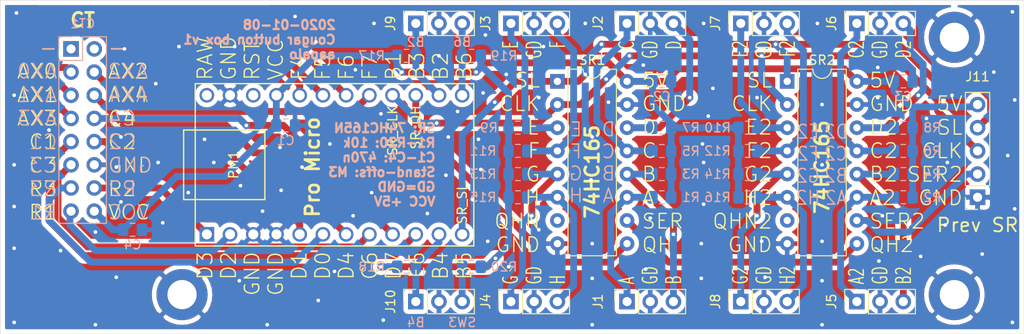
<source format=kicad_pcb>
(kicad_pcb (version 20171130) (host pcbnew "(5.1.2)-1")
  (layers (0 F.Cu signal) (31 B.Cu signal) (34 B.Paste user) (35 F.Paste user) (36 B.SilkS user) (37 F.SilkS user) (38 B.Mask user) (39 F.Mask user) (44 Edge.Cuts user))
  (net 0 "")
  (net 1 GND)
  (net 2 /SR_B)
  (net 3 /SR_A)
  (net 4 /SR_C)
  (net 5 /SR_D)
  (net 6 /SR_E)
  (net 7 /SR_F)
  (net 8 /SR_H)
  (net 9 /SR_G)
  (net 10 /SR_A2)
  (net 11 /SR_B2)
  (net 12 /SR_D2)
  (net 13 /SR_C2)
  (net 14 /SR_E2)
  (net 15 /SR_F2)
  (net 16 /SR_H2)
  (net 17 /SR_G2)
  (net 18 /PM_B4)
  (net 19 /PM_B5)
  (net 20 /PM_B6)
  (net 21 /PM_B2)
  (net 22 /PM_B3)
  (net 23 /PM_B1)
  (net 24 /PM_RST)
  (net 25 /SR_QH2)
  (net 26 /SR_SER2)
  (net 27 /CT_AX_TRTL)
  (net 28 /CT_C_4)
  (net 29 /CT_C_3)
  (net 30 /CT_C_2)
  (net 31 /CT_C_1)
  (net 32 /CT_R_1)
  (net 33 /CT_R_2)
  (net 34 /CT_R_3)
  (net 35 /CT_AX_4)
  (net 36 /CT_AX_3)
  (net 37 /CT_AX_2)
  (net 38 /CT_AX_1)
  (net 39 +5V)
  (net 40 "Net-(CT1-Pad1)")
  (net 41 "Net-(CT1-Pad2)")
  (net 42 /PM_RAW)
  (net 43 /SW3)
  (net 44 /SR_QHN1)
  (net 45 /SR_QHN2)
  (module buttonbox:promicro (layer F.Cu) (at 104.902 109.474)
    (fp_text reference PM1 (at -11.049 0 90) (layer F.SilkS))
    (fp_text value Pro_Micro)
    (pad 1 thru_hole rect (at -13.97 7.62) (size 1.6 1.6) (drill 1.1) (layers *.Cu *.Mask) (net 33 /CT_R_2))
    (pad 2 thru_hole circle (at -11.43 7.62) (size 1.6 1.6) (drill 1.1) (layers *.Cu *.Mask) (net 32 /CT_R_1))
    (pad 3 thru_hole circle (at -8.89 7.62) (size 1.6 1.6) (drill 1.1) (layers *.Cu *.Mask) (net 1 GND))
    (pad 4 thru_hole circle (at -6.35 7.62) (size 1.6 1.6) (drill 1.1) (layers *.Cu *.Mask) (net 1 GND))
    (pad 5 thru_hole circle (at -3.81 7.62) (size 1.6 1.6) (drill 1.1) (layers *.Cu *.Mask) (net 30 /CT_C_2))
    (pad 6 thru_hole circle (at -1.27 7.62) (size 1.6 1.6) (drill 1.1) (layers *.Cu *.Mask) (net 34 /CT_R_3))
    (pad 7 thru_hole circle (at 1.27 7.62) (size 1.6 1.6) (drill 1.1) (layers *.Cu *.Mask) (net 35 /CT_AX_4))
    (pad 8 thru_hole circle (at 3.81 7.62) (size 1.6 1.6) (drill 1.1) (layers *.Cu *.Mask) (net 29 /CT_C_3))
    (pad 9 thru_hole circle (at 6.35 7.62) (size 1.6 1.6) (drill 1.1) (layers *.Cu *.Mask) (net 28 /CT_C_4))
    (pad 10 thru_hole circle (at 8.89 7.62) (size 1.6 1.6) (drill 1.1) (layers *.Cu *.Mask) (net 31 /CT_C_1))
    (pad 11 thru_hole circle (at 11.43 7.62) (size 1.6 1.6) (drill 1.1) (layers *.Cu *.Mask) (net 18 /PM_B4))
    (pad 12 thru_hole circle (at 13.97 7.62) (size 1.6 1.6) (drill 1.1) (layers *.Cu *.Mask) (net 19 /PM_B5))
    (pad 13 thru_hole circle (at 13.97 -7.62) (size 1.6 1.6) (drill 1.1) (layers *.Cu *.Mask) (net 20 /PM_B6))
    (pad 14 thru_hole circle (at 11.43 -7.62) (size 1.6 1.6) (drill 1.1) (layers *.Cu *.Mask) (net 21 /PM_B2))
    (pad 15 thru_hole circle (at 8.89 -7.62) (size 1.6 1.6) (drill 1.1) (layers *.Cu *.Mask) (net 22 /PM_B3))
    (pad 16 thru_hole circle (at 6.35 -7.62) (size 1.6 1.6) (drill 1.1) (layers *.Cu *.Mask) (net 23 /PM_B1))
    (pad 17 thru_hole circle (at 3.81 -7.62) (size 1.6 1.6) (drill 1.1) (layers *.Cu *.Mask) (net 37 /CT_AX_2))
    (pad 18 thru_hole circle (at 1.27 -7.62) (size 1.6 1.6) (drill 1.1) (layers *.Cu *.Mask) (net 36 /CT_AX_3))
    (pad 19 thru_hole circle (at -1.27 -7.62) (size 1.6 1.6) (drill 1.1) (layers *.Cu *.Mask) (net 38 /CT_AX_1))
    (pad 20 thru_hole circle (at -3.81 -7.62) (size 1.6 1.6) (drill 1.1) (layers *.Cu *.Mask) (net 27 /CT_AX_TRTL))
    (pad 21 thru_hole circle (at -6.35 -7.62) (size 1.6 1.6) (drill 1.1) (layers *.Cu *.Mask) (net 39 +5V))
    (pad 22 thru_hole circle (at -8.89 -7.62) (size 1.6 1.6) (drill 1.1) (layers *.Cu *.Mask) (net 24 /PM_RST))
    (pad 23 thru_hole circle (at -11.43 -7.62) (size 1.6 1.6) (drill 1.1) (layers *.Cu *.Mask) (net 1 GND))
    (pad 24 thru_hole circle (at -13.97 -7.62) (size 1.6 1.6) (drill 1.1) (layers *.Cu *.Mask) (net 42 /PM_RAW))
  )
  (module Resistor_SMD:R_0805_2012Metric_Pad1.15x1.40mm_HandSolder (layer B.Cu) (at 119.888 97.536)
    (fp_text reference R19 (at 3.556 0) (layer B.SilkS) (effects (justify mirror)))
    (fp_text value 10k)
    (pad 2 smd roundrect (at 1.025 0) (size 1.15 1.4) (layers B.Cu B.Paste B.Mask) (roundrect_rratio 0.217391) (net 39 +5V))
    (pad 1 smd roundrect (at -1.025 0) (size 1.15 1.4) (layers B.Cu B.Paste B.Mask) (roundrect_rratio 0.217391) (net 20 /PM_B6))
  )
  (module Package_DIP:DIP-16_W7.62mm (layer F.Cu) (at 129.286 100.33)
    (fp_text reference SR1 (at 3.81 -2.33) (layer F.SilkS))
    (fp_text value Conn_02x08_Counter_Clockwise)
    (pad 1 thru_hole rect (at 0 0) (size 1.6 1.6) (drill 0.8) (layers *.Cu *.Mask) (net 19 /PM_B5))
    (pad 9 thru_hole oval (at 7.62 17.78) (size 1.6 1.6) (drill 0.8) (layers *.Cu *.Mask) (net 22 /PM_B3))
    (pad 2 thru_hole oval (at 0 2.54) (size 1.6 1.6) (drill 0.8) (layers *.Cu *.Mask) (net 23 /PM_B1))
    (pad 10 thru_hole oval (at 7.62 15.24) (size 1.6 1.6) (drill 0.8) (layers *.Cu *.Mask) (net 25 /SR_QH2))
    (pad 3 thru_hole oval (at 0 5.08) (size 1.6 1.6) (drill 0.8) (layers *.Cu *.Mask) (net 6 /SR_E))
    (pad 11 thru_hole oval (at 7.62 12.7) (size 1.6 1.6) (drill 0.8) (layers *.Cu *.Mask) (net 3 /SR_A))
    (pad 4 thru_hole oval (at 0 7.62) (size 1.6 1.6) (drill 0.8) (layers *.Cu *.Mask) (net 7 /SR_F))
    (pad 12 thru_hole oval (at 7.62 10.16) (size 1.6 1.6) (drill 0.8) (layers *.Cu *.Mask) (net 2 /SR_B))
    (pad 5 thru_hole oval (at 0 10.16) (size 1.6 1.6) (drill 0.8) (layers *.Cu *.Mask) (net 9 /SR_G))
    (pad 13 thru_hole oval (at 7.62 7.62) (size 1.6 1.6) (drill 0.8) (layers *.Cu *.Mask) (net 4 /SR_C))
    (pad 6 thru_hole oval (at 0 12.7) (size 1.6 1.6) (drill 0.8) (layers *.Cu *.Mask) (net 8 /SR_H))
    (pad 14 thru_hole oval (at 7.62 5.08) (size 1.6 1.6) (drill 0.8) (layers *.Cu *.Mask) (net 5 /SR_D))
    (pad 7 thru_hole oval (at 0 15.24) (size 1.6 1.6) (drill 0.8) (layers *.Cu *.Mask) (net 44 /SR_QHN1))
    (pad 15 thru_hole oval (at 7.62 2.54) (size 1.6 1.6) (drill 0.8) (layers *.Cu *.Mask) (net 1 GND))
    (pad 8 thru_hole oval (at 0 17.78) (size 1.6 1.6) (drill 0.8) (layers *.Cu *.Mask) (net 1 GND))
    (pad 16 thru_hole oval (at 7.62 0) (size 1.6 1.6) (drill 0.8) (layers *.Cu *.Mask) (net 39 +5V))
  )
  (module Capacitor_SMD:C_0805_2012Metric_Pad1.15x1.40mm_HandSolder (layer B.Cu) (at 99.559 105.156)
    (fp_text reference C1 (at 0 1.65 180) (layer B.SilkS) (effects (justify mirror)))
    (fp_text value 470n)
    (pad 1 smd roundrect (at -1.025 0) (size 1.15 1.4) (layers B.Cu B.Paste B.Mask) (roundrect_rratio 0.217391) (net 39 +5V))
    (pad 2 smd roundrect (at 1.025 0) (size 1.15 1.4) (layers B.Cu B.Paste B.Mask) (roundrect_rratio 0.217391) (net 1 GND))
  )
  (module Connector_PinSocket_2.54mm:PinSocket_1x03_P2.54mm_Vertical (layer F.Cu) (at 136.906 124.46 90)
    (fp_text reference J1 (at 0 -3.175 90) (layer F.SilkS))
    (fp_text value Conn_01x03)
    (pad 3 thru_hole oval (at 0 5.08 90) (size 1.7 1.7) (drill 1) (layers *.Cu *.Mask) (net 2 /SR_B))
    (pad 2 thru_hole oval (at 0 2.54 90) (size 1.7 1.7) (drill 1) (layers *.Cu *.Mask) (net 1 GND))
    (pad 1 thru_hole rect (at 0 0 90) (size 1.7 1.7) (drill 1) (layers *.Cu *.Mask) (net 3 /SR_A))
  )
  (module Connector_PinSocket_2.54mm:PinSocket_1x03_P2.54mm_Vertical (layer F.Cu) (at 136.906 93.98 90)
    (fp_text reference J2 (at 0 -3.175 90) (layer F.SilkS))
    (fp_text value Conn_01x03)
    (pad 1 thru_hole rect (at 0 0 90) (size 1.7 1.7) (drill 1) (layers *.Cu *.Mask) (net 4 /SR_C))
    (pad 2 thru_hole oval (at 0 2.54 90) (size 1.7 1.7) (drill 1) (layers *.Cu *.Mask) (net 1 GND))
    (pad 3 thru_hole oval (at 0 5.08 90) (size 1.7 1.7) (drill 1) (layers *.Cu *.Mask) (net 5 /SR_D))
  )
  (module Connector_PinSocket_2.54mm:PinSocket_1x03_P2.54mm_Vertical (layer F.Cu) (at 124.206 93.98 90)
    (fp_text reference J3 (at 0 -2.77 90) (layer F.SilkS))
    (fp_text value Conn_01x03)
    (pad 1 thru_hole rect (at 0 0 90) (size 1.7 1.7) (drill 1) (layers *.Cu *.Mask) (net 6 /SR_E))
    (pad 2 thru_hole oval (at 0 2.54 90) (size 1.7 1.7) (drill 1) (layers *.Cu *.Mask) (net 1 GND))
    (pad 3 thru_hole oval (at 0 5.08 90) (size 1.7 1.7) (drill 1) (layers *.Cu *.Mask) (net 7 /SR_F))
  )
  (module Connector_PinSocket_2.54mm:PinSocket_1x03_P2.54mm_Vertical (layer F.Cu) (at 124.206 124.46 90)
    (fp_text reference J4 (at 0 -2.77 90) (layer F.SilkS))
    (fp_text value Conn_01x03)
    (pad 3 thru_hole oval (at 0 5.08 90) (size 1.7 1.7) (drill 1) (layers *.Cu *.Mask) (net 8 /SR_H))
    (pad 2 thru_hole oval (at 0 2.54 90) (size 1.7 1.7) (drill 1) (layers *.Cu *.Mask) (net 1 GND))
    (pad 1 thru_hole rect (at 0 0 90) (size 1.7 1.7) (drill 1) (layers *.Cu *.Mask) (net 9 /SR_G))
  )
  (module Connector_PinSocket_2.54mm:PinSocket_1x03_P2.54mm_Vertical (layer F.Cu) (at 162.052 124.46 90)
    (fp_text reference J5 (at 0 -2.77 90) (layer F.SilkS))
    (fp_text value Conn_01x03)
    (pad 1 thru_hole rect (at 0 0 90) (size 1.7 1.7) (drill 1) (layers *.Cu *.Mask) (net 10 /SR_A2))
    (pad 2 thru_hole oval (at 0 2.54 90) (size 1.7 1.7) (drill 1) (layers *.Cu *.Mask) (net 1 GND))
    (pad 3 thru_hole oval (at 0 5.08 90) (size 1.7 1.7) (drill 1) (layers *.Cu *.Mask) (net 11 /SR_B2))
  )
  (module Connector_PinSocket_2.54mm:PinSocket_1x03_P2.54mm_Vertical (layer F.Cu) (at 162.052 93.98 90)
    (fp_text reference J6 (at 0 -2.77 90) (layer F.SilkS))
    (fp_text value Conn_01x03)
    (pad 3 thru_hole oval (at 0 5.08 90) (size 1.7 1.7) (drill 1) (layers *.Cu *.Mask) (net 12 /SR_D2))
    (pad 2 thru_hole oval (at 0 2.54 90) (size 1.7 1.7) (drill 1) (layers *.Cu *.Mask) (net 1 GND))
    (pad 1 thru_hole rect (at 0 0 90) (size 1.7 1.7) (drill 1) (layers *.Cu *.Mask) (net 13 /SR_C2))
  )
  (module Connector_PinSocket_2.54mm:PinSocket_1x03_P2.54mm_Vertical (layer F.Cu) (at 149.352 93.98 90)
    (fp_text reference J7 (at 0 -2.77 90) (layer F.SilkS))
    (fp_text value Conn_01x03)
    (pad 1 thru_hole rect (at 0 0 90) (size 1.7 1.7) (drill 1) (layers *.Cu *.Mask) (net 14 /SR_E2))
    (pad 2 thru_hole oval (at 0 2.54 90) (size 1.7 1.7) (drill 1) (layers *.Cu *.Mask) (net 1 GND))
    (pad 3 thru_hole oval (at 0 5.08 90) (size 1.7 1.7) (drill 1) (layers *.Cu *.Mask) (net 15 /SR_F2))
  )
  (module Connector_PinSocket_2.54mm:PinSocket_1x03_P2.54mm_Vertical (layer F.Cu) (at 149.352 124.46 90)
    (fp_text reference J8 (at 0 -2.77 90) (layer F.SilkS))
    (fp_text value Conn_01x03)
    (pad 3 thru_hole oval (at 0 5.08 90) (size 1.7 1.7) (drill 1) (layers *.Cu *.Mask) (net 16 /SR_H2))
    (pad 2 thru_hole oval (at 0 2.54 90) (size 1.7 1.7) (drill 1) (layers *.Cu *.Mask) (net 1 GND))
    (pad 1 thru_hole rect (at 0 0 90) (size 1.7 1.7) (drill 1) (layers *.Cu *.Mask) (net 17 /SR_G2))
  )
  (module Connector_PinSocket_2.54mm:PinSocket_1x03_P2.54mm_Vertical (layer F.Cu) (at 113.792 93.98 90)
    (fp_text reference J9 (at 0 -2.77 90) (layer F.SilkS))
    (fp_text value Conn_01x03)
    (pad 1 thru_hole rect (at 0 0 90) (size 1.7 1.7) (drill 1) (layers *.Cu *.Mask) (net 21 /PM_B2))
    (pad 2 thru_hole oval (at 0 2.54 90) (size 1.7 1.7) (drill 1) (layers *.Cu *.Mask) (net 1 GND))
    (pad 3 thru_hole oval (at 0 5.08 90) (size 1.7 1.7) (drill 1) (layers *.Cu *.Mask) (net 20 /PM_B6))
  )
  (module Connector_PinSocket_2.54mm:PinSocket_1x03_P2.54mm_Vertical (layer F.Cu) (at 113.792 124.46 90)
    (fp_text reference J10 (at 0 -2.77 90) (layer F.SilkS))
    (fp_text value Conn_01x03)
    (pad 3 thru_hole oval (at 0 5.08 90) (size 1.7 1.7) (drill 1) (layers *.Cu *.Mask) (net 43 /SW3))
    (pad 2 thru_hole oval (at 0 2.54 90) (size 1.7 1.7) (drill 1) (layers *.Cu *.Mask) (net 1 GND))
    (pad 1 thru_hole rect (at 0 0 90) (size 1.7 1.7) (drill 1) (layers *.Cu *.Mask) (net 18 /PM_B4))
  )
  (module Package_DIP:DIP-16_W7.62mm (layer F.Cu) (at 154.432 100.33)
    (fp_text reference SR2 (at 3.81 -2.33) (layer F.SilkS))
    (fp_text value Conn_02x08_Counter_Clockwise)
    (pad 16 thru_hole oval (at 7.62 0) (size 1.6 1.6) (drill 0.8) (layers *.Cu *.Mask) (net 39 +5V))
    (pad 8 thru_hole oval (at 0 17.78) (size 1.6 1.6) (drill 0.8) (layers *.Cu *.Mask) (net 1 GND))
    (pad 15 thru_hole oval (at 7.62 2.54) (size 1.6 1.6) (drill 0.8) (layers *.Cu *.Mask) (net 1 GND))
    (pad 7 thru_hole oval (at 0 15.24) (size 1.6 1.6) (drill 0.8) (layers *.Cu *.Mask) (net 45 /SR_QHN2))
    (pad 14 thru_hole oval (at 7.62 5.08) (size 1.6 1.6) (drill 0.8) (layers *.Cu *.Mask) (net 12 /SR_D2))
    (pad 6 thru_hole oval (at 0 12.7) (size 1.6 1.6) (drill 0.8) (layers *.Cu *.Mask) (net 16 /SR_H2))
    (pad 13 thru_hole oval (at 7.62 7.62) (size 1.6 1.6) (drill 0.8) (layers *.Cu *.Mask) (net 13 /SR_C2))
    (pad 5 thru_hole oval (at 0 10.16) (size 1.6 1.6) (drill 0.8) (layers *.Cu *.Mask) (net 17 /SR_G2))
    (pad 12 thru_hole oval (at 7.62 10.16) (size 1.6 1.6) (drill 0.8) (layers *.Cu *.Mask) (net 11 /SR_B2))
    (pad 4 thru_hole oval (at 0 7.62) (size 1.6 1.6) (drill 0.8) (layers *.Cu *.Mask) (net 15 /SR_F2))
    (pad 11 thru_hole oval (at 7.62 12.7) (size 1.6 1.6) (drill 0.8) (layers *.Cu *.Mask) (net 10 /SR_A2))
    (pad 3 thru_hole oval (at 0 5.08) (size 1.6 1.6) (drill 0.8) (layers *.Cu *.Mask) (net 14 /SR_E2))
    (pad 10 thru_hole oval (at 7.62 15.24) (size 1.6 1.6) (drill 0.8) (layers *.Cu *.Mask) (net 26 /SR_SER2))
    (pad 2 thru_hole oval (at 0 2.54) (size 1.6 1.6) (drill 0.8) (layers *.Cu *.Mask) (net 23 /PM_B1))
    (pad 9 thru_hole oval (at 7.62 17.78) (size 1.6 1.6) (drill 0.8) (layers *.Cu *.Mask) (net 25 /SR_QH2))
    (pad 1 thru_hole rect (at 0 0) (size 1.6 1.6) (drill 0.8) (layers *.Cu *.Mask) (net 19 /PM_B5))
  )
  (module Resistor_SMD:R_0805_2012Metric_Pad1.15x1.40mm_HandSolder (layer B.Cu) (at 140.716 113.03)
    (fp_text reference R1 (at 3.175 0 180) (layer B.SilkS) (effects (justify mirror)))
    (fp_text value 10k)
    (pad 1 smd roundrect (at -1.025 0) (size 1.15 1.4) (layers B.Cu B.Paste B.Mask) (roundrect_rratio 0.217391) (net 3 /SR_A))
    (pad 2 smd roundrect (at 1.025 0) (size 1.15 1.4) (layers B.Cu B.Paste B.Mask) (roundrect_rratio 0.217391) (net 39 +5V))
  )
  (module Resistor_SMD:R_0805_2012Metric_Pad1.15x1.40mm_HandSolder (layer B.Cu) (at 167.132 113.03)
    (fp_text reference R2 (at 3.175 0 180) (layer B.SilkS) (effects (justify mirror)))
    (fp_text value 10k)
    (pad 1 smd roundrect (at -1.025 0) (size 1.15 1.4) (layers B.Cu B.Paste B.Mask) (roundrect_rratio 0.217391) (net 10 /SR_A2))
    (pad 2 smd roundrect (at 1.025 0) (size 1.15 1.4) (layers B.Cu B.Paste B.Mask) (roundrect_rratio 0.217391) (net 39 +5V))
  )
  (module Resistor_SMD:R_0805_2012Metric_Pad1.15x1.40mm_HandSolder (layer B.Cu) (at 140.716 110.49)
    (fp_text reference R3 (at 3.175 0 180) (layer B.SilkS) (effects (justify mirror)))
    (fp_text value 10k)
    (pad 2 smd roundrect (at 1.025 0) (size 1.15 1.4) (layers B.Cu B.Paste B.Mask) (roundrect_rratio 0.217391) (net 39 +5V))
    (pad 1 smd roundrect (at -1.025 0) (size 1.15 1.4) (layers B.Cu B.Paste B.Mask) (roundrect_rratio 0.217391) (net 2 /SR_B))
  )
  (module Resistor_SMD:R_0805_2012Metric_Pad1.15x1.40mm_HandSolder (layer B.Cu) (at 167.132 110.49)
    (fp_text reference R4 (at 3.175 0 180) (layer B.SilkS) (effects (justify mirror)))
    (fp_text value 10k)
    (pad 2 smd roundrect (at 1.025 0) (size 1.15 1.4) (layers B.Cu B.Paste B.Mask) (roundrect_rratio 0.217391) (net 39 +5V))
    (pad 1 smd roundrect (at -1.025 0) (size 1.15 1.4) (layers B.Cu B.Paste B.Mask) (roundrect_rratio 0.217391) (net 11 /SR_B2))
  )
  (module Resistor_SMD:R_0805_2012Metric_Pad1.15x1.40mm_HandSolder (layer B.Cu) (at 140.716 107.965001)
    (fp_text reference R5 (at 3.175 0.015001 180) (layer B.SilkS) (effects (justify mirror)))
    (fp_text value 10k)
    (pad 1 smd roundrect (at -1.025 0) (size 1.15 1.4) (layers B.Cu B.Paste B.Mask) (roundrect_rratio 0.217391) (net 4 /SR_C))
    (pad 2 smd roundrect (at 1.025 0) (size 1.15 1.4) (layers B.Cu B.Paste B.Mask) (roundrect_rratio 0.217391) (net 39 +5V))
  )
  (module Resistor_SMD:R_0805_2012Metric_Pad1.15x1.40mm_HandSolder (layer B.Cu) (at 167.132 107.954999)
    (fp_text reference R6 (at 3.175 0.004999 180) (layer B.SilkS) (effects (justify mirror)))
    (fp_text value 10k)
    (pad 1 smd roundrect (at -1.025 0) (size 1.15 1.4) (layers B.Cu B.Paste B.Mask) (roundrect_rratio 0.217391) (net 13 /SR_C2))
    (pad 2 smd roundrect (at 1.025 0) (size 1.15 1.4) (layers B.Cu B.Paste B.Mask) (roundrect_rratio 0.217391) (net 39 +5V))
  )
  (module Resistor_SMD:R_0805_2012Metric_Pad1.15x1.40mm_HandSolder (layer B.Cu) (at 140.716 105.41)
    (fp_text reference R7 (at 3.175 0 180) (layer B.SilkS) (effects (justify mirror)))
    (fp_text value 10k)
    (pad 2 smd roundrect (at 1.025 0) (size 1.15 1.4) (layers B.Cu B.Paste B.Mask) (roundrect_rratio 0.217391) (net 39 +5V))
    (pad 1 smd roundrect (at -1.025 0) (size 1.15 1.4) (layers B.Cu B.Paste B.Mask) (roundrect_rratio 0.217391) (net 5 /SR_D))
  )
  (module Resistor_SMD:R_0805_2012Metric_Pad1.15x1.40mm_HandSolder (layer B.Cu) (at 167.132 105.41)
    (fp_text reference R8 (at 3.175 0 180) (layer B.SilkS) (effects (justify mirror)))
    (fp_text value 10k)
    (pad 2 smd roundrect (at 1.025 0) (size 1.15 1.4) (layers B.Cu B.Paste B.Mask) (roundrect_rratio 0.217391) (net 39 +5V))
    (pad 1 smd roundrect (at -1.025 0) (size 1.15 1.4) (layers B.Cu B.Paste B.Mask) (roundrect_rratio 0.217391) (net 12 /SR_D2))
  )
  (module Resistor_SMD:R_0805_2012Metric_Pad1.15x1.40mm_HandSolder (layer B.Cu) (at 124.968 105.41 180)
    (fp_text reference R9 (at 3.175 0 180) (layer B.SilkS) (effects (justify mirror)))
    (fp_text value 10k)
    (pad 1 smd roundrect (at -1.025 0 180) (size 1.15 1.4) (layers B.Cu B.Paste B.Mask) (roundrect_rratio 0.217391) (net 6 /SR_E))
    (pad 2 smd roundrect (at 1.025 0 180) (size 1.15 1.4) (layers B.Cu B.Paste B.Mask) (roundrect_rratio 0.217391) (net 39 +5V))
  )
  (module Resistor_SMD:R_0805_2012Metric_Pad1.15x1.40mm_HandSolder (layer B.Cu) (at 150.114 105.41 180)
    (fp_text reference R10 (at 3.302 0 180) (layer B.SilkS) (effects (justify mirror)))
    (fp_text value 10k)
    (pad 1 smd roundrect (at -1.025 0 180) (size 1.15 1.4) (layers B.Cu B.Paste B.Mask) (roundrect_rratio 0.217391) (net 14 /SR_E2))
    (pad 2 smd roundrect (at 1.025 0 180) (size 1.15 1.4) (layers B.Cu B.Paste B.Mask) (roundrect_rratio 0.217391) (net 39 +5V))
  )
  (module Resistor_SMD:R_0805_2012Metric_Pad1.15x1.40mm_HandSolder (layer B.Cu) (at 124.968 107.95 180)
    (fp_text reference R11 (at 3.81 0 180) (layer B.SilkS) (effects (justify mirror)))
    (fp_text value 10k)
    (pad 2 smd roundrect (at 1.025 0 180) (size 1.15 1.4) (layers B.Cu B.Paste B.Mask) (roundrect_rratio 0.217391) (net 39 +5V))
    (pad 1 smd roundrect (at -1.025 0 180) (size 1.15 1.4) (layers B.Cu B.Paste B.Mask) (roundrect_rratio 0.217391) (net 7 /SR_F))
  )
  (module Resistor_SMD:R_0805_2012Metric_Pad1.15x1.40mm_HandSolder (layer B.Cu) (at 150.114 107.95 180)
    (fp_text reference R12 (at 3.302 0 180) (layer B.SilkS) (effects (justify mirror)))
    (fp_text value 10k)
    (pad 2 smd roundrect (at 1.025 0 180) (size 1.15 1.4) (layers B.Cu B.Paste B.Mask) (roundrect_rratio 0.217391) (net 39 +5V))
    (pad 1 smd roundrect (at -1.025 0 180) (size 1.15 1.4) (layers B.Cu B.Paste B.Mask) (roundrect_rratio 0.217391) (net 15 /SR_F2))
  )
  (module Resistor_SMD:R_0805_2012Metric_Pad1.15x1.40mm_HandSolder (layer B.Cu) (at 124.968 110.49 180)
    (fp_text reference R13 (at 3.81 0 180) (layer B.SilkS) (effects (justify mirror)))
    (fp_text value 10k)
    (pad 1 smd roundrect (at -1.025 0 180) (size 1.15 1.4) (layers B.Cu B.Paste B.Mask) (roundrect_rratio 0.217391) (net 9 /SR_G))
    (pad 2 smd roundrect (at 1.025 0 180) (size 1.15 1.4) (layers B.Cu B.Paste B.Mask) (roundrect_rratio 0.217391) (net 39 +5V))
  )
  (module Resistor_SMD:R_0805_2012Metric_Pad1.15x1.40mm_HandSolder (layer B.Cu) (at 150.114 110.49 180)
    (fp_text reference R14 (at 3.302 0 180) (layer B.SilkS) (effects (justify mirror)))
    (fp_text value 10k)
    (pad 1 smd roundrect (at -1.025 0 180) (size 1.15 1.4) (layers B.Cu B.Paste B.Mask) (roundrect_rratio 0.217391) (net 17 /SR_G2))
    (pad 2 smd roundrect (at 1.025 0 180) (size 1.15 1.4) (layers B.Cu B.Paste B.Mask) (roundrect_rratio 0.217391) (net 39 +5V))
  )
  (module Resistor_SMD:R_0805_2012Metric_Pad1.15x1.40mm_HandSolder (layer B.Cu) (at 124.968 113.03 180)
    (fp_text reference R15 (at 3.81 0 180) (layer B.SilkS) (effects (justify mirror)))
    (fp_text value 10k)
    (pad 2 smd roundrect (at 1.025 0 180) (size 1.15 1.4) (layers B.Cu B.Paste B.Mask) (roundrect_rratio 0.217391) (net 39 +5V))
    (pad 1 smd roundrect (at -1.025 0 180) (size 1.15 1.4) (layers B.Cu B.Paste B.Mask) (roundrect_rratio 0.217391) (net 8 /SR_H))
  )
  (module Resistor_SMD:R_0805_2012Metric_Pad1.15x1.40mm_HandSolder (layer B.Cu) (at 150.114 113.03 180)
    (fp_text reference R16 (at 3.302 0 180) (layer B.SilkS) (effects (justify mirror)))
    (fp_text value 10k)
    (pad 2 smd roundrect (at 1.025 0 180) (size 1.15 1.4) (layers B.Cu B.Paste B.Mask) (roundrect_rratio 0.217391) (net 39 +5V))
    (pad 1 smd roundrect (at -1.025 0 180) (size 1.15 1.4) (layers B.Cu B.Paste B.Mask) (roundrect_rratio 0.217391) (net 16 /SR_H2))
  )
  (module Connector_PinSocket_2.54mm:PinSocket_2x08_P2.54mm_Vertical (layer B.Cu) (at 76.073 96.774 180)
    (fp_text reference CT1 (at -1.27 2.77) (layer B.SilkS) (effects (justify mirror)))
    (fp_text value Conn_02x08_Counter_Clockwise)
    (pad 1 thru_hole rect (at 0 0 180) (size 1.7 1.7) (drill 1) (layers *.Cu *.Mask) (net 40 "Net-(CT1-Pad1)"))
    (pad 2 thru_hole oval (at -2.54 0 180) (size 1.7 1.7) (drill 1) (layers *.Cu *.Mask) (net 41 "Net-(CT1-Pad2)"))
    (pad 3 thru_hole oval (at 0 -2.54 180) (size 1.7 1.7) (drill 1) (layers *.Cu *.Mask) (net 27 /CT_AX_TRTL))
    (pad 4 thru_hole oval (at -2.54 -2.54 180) (size 1.7 1.7) (drill 1) (layers *.Cu *.Mask) (net 37 /CT_AX_2))
    (pad 5 thru_hole oval (at 0 -5.08 180) (size 1.7 1.7) (drill 1) (layers *.Cu *.Mask) (net 38 /CT_AX_1))
    (pad 6 thru_hole oval (at -2.54 -5.08 180) (size 1.7 1.7) (drill 1) (layers *.Cu *.Mask) (net 35 /CT_AX_4))
    (pad 7 thru_hole oval (at 0 -7.62 180) (size 1.7 1.7) (drill 1) (layers *.Cu *.Mask) (net 36 /CT_AX_3))
    (pad 8 thru_hole oval (at -2.54 -7.62 180) (size 1.7 1.7) (drill 1) (layers *.Cu *.Mask) (net 28 /CT_C_4))
    (pad 9 thru_hole oval (at 0 -10.16 180) (size 1.7 1.7) (drill 1) (layers *.Cu *.Mask) (net 31 /CT_C_1))
    (pad 10 thru_hole oval (at -2.54 -10.16 180) (size 1.7 1.7) (drill 1) (layers *.Cu *.Mask) (net 30 /CT_C_2))
    (pad 11 thru_hole oval (at 0 -12.7 180) (size 1.7 1.7) (drill 1) (layers *.Cu *.Mask) (net 29 /CT_C_3))
    (pad 12 thru_hole oval (at -2.54 -12.7 180) (size 1.7 1.7) (drill 1) (layers *.Cu *.Mask) (net 1 GND))
    (pad 13 thru_hole oval (at 0 -15.24 180) (size 1.7 1.7) (drill 1) (layers *.Cu *.Mask) (net 34 /CT_R_3))
    (pad 14 thru_hole oval (at -2.54 -15.24 180) (size 1.7 1.7) (drill 1) (layers *.Cu *.Mask) (net 33 /CT_R_2))
    (pad 15 thru_hole oval (at 0 -17.78 180) (size 1.7 1.7) (drill 1) (layers *.Cu *.Mask) (net 32 /CT_R_1))
    (pad 16 thru_hole oval (at -2.54 -17.78 180) (size 1.7 1.7) (drill 1) (layers *.Cu *.Mask) (net 39 +5V))
  )
  (module Resistor_SMD:R_0805_2012Metric_Pad1.15x1.40mm_HandSolder (layer B.Cu) (at 112.776 97.536 180)
    (fp_text reference R17 (at 3.81 0) (layer B.SilkS) (effects (justify mirror)))
    (fp_text value 10k)
    (pad 1 smd roundrect (at -1.025 0 180) (size 1.15 1.4) (layers B.Cu B.Paste B.Mask) (roundrect_rratio 0.217391) (net 21 /PM_B2))
    (pad 2 smd roundrect (at 1.025 0 180) (size 1.15 1.4) (layers B.Cu B.Paste B.Mask) (roundrect_rratio 0.217391) (net 39 +5V))
  )
  (module Resistor_SMD:R_0805_2012Metric_Pad1.15x1.40mm_HandSolder (layer B.Cu) (at 112.776 120.65 180)
    (fp_text reference R18 (at 3.81 0) (layer B.SilkS) (effects (justify mirror)))
    (fp_text value 10k)
    (pad 2 smd roundrect (at 1.025 0 180) (size 1.15 1.4) (layers B.Cu B.Paste B.Mask) (roundrect_rratio 0.217391) (net 39 +5V))
    (pad 1 smd roundrect (at -1.025 0 180) (size 1.15 1.4) (layers B.Cu B.Paste B.Mask) (roundrect_rratio 0.217391) (net 18 /PM_B4))
  )
  (module Resistor_SMD:R_0805_2012Metric_Pad1.15x1.40mm_HandSolder (layer B.Cu) (at 119.888 120.65)
    (fp_text reference R20 (at 3.556 0) (layer B.SilkS) (effects (justify mirror)))
    (fp_text value 10k)
    (pad 1 smd roundrect (at -1.025 0) (size 1.15 1.4) (layers B.Cu B.Paste B.Mask) (roundrect_rratio 0.217391) (net 43 /SW3))
    (pad 2 smd roundrect (at 1.025 0) (size 1.15 1.4) (layers B.Cu B.Paste B.Mask) (roundrect_rratio 0.217391) (net 39 +5V))
  )
  (module Capacitor_SMD:C_0805_2012Metric_Pad1.15x1.40mm_HandSolder (layer B.Cu) (at 140.716 100.33)
    (fp_text reference C2 (at 0 1.65) (layer B.SilkS) (effects (justify mirror)))
    (fp_text value 470n)
    (pad 1 smd roundrect (at -1.025 0) (size 1.15 1.4) (layers B.Cu B.Paste B.Mask) (roundrect_rratio 0.217391) (net 39 +5V))
    (pad 2 smd roundrect (at 1.025 0) (size 1.15 1.4) (layers B.Cu B.Paste B.Mask) (roundrect_rratio 0.217391) (net 1 GND))
  )
  (module Capacitor_SMD:C_0805_2012Metric_Pad1.15x1.40mm_HandSolder (layer B.Cu) (at 167.132 100.33)
    (fp_text reference C3 (at 0 1.65) (layer B.SilkS) (effects (justify mirror)))
    (fp_text value 470n)
    (pad 2 smd roundrect (at 1.025 0) (size 1.15 1.4) (layers B.Cu B.Paste B.Mask) (roundrect_rratio 0.217391) (net 1 GND))
    (pad 1 smd roundrect (at -1.025 0) (size 1.15 1.4) (layers B.Cu B.Paste B.Mask) (roundrect_rratio 0.217391) (net 39 +5V))
  )
  (module Capacitor_SMD:C_0805_2012Metric_Pad1.15x1.40mm_HandSolder (layer B.Cu) (at 82.804 116.586)
    (fp_text reference C4 (at 0 1.65) (layer B.SilkS) (effects (justify mirror)))
    (fp_text value 470n)
    (pad 1 smd roundrect (at -1.025 0) (size 1.15 1.4) (layers B.Cu B.Paste B.Mask) (roundrect_rratio 0.217391) (net 39 +5V))
    (pad 2 smd roundrect (at 1.025 0) (size 1.15 1.4) (layers B.Cu B.Paste B.Mask) (roundrect_rratio 0.217391) (net 1 GND))
  )
  (module Connector_PinSocket_2.54mm:PinSocket_1x05_P2.54mm_Vertical (layer F.Cu) (at 175.26 113.03 180)
    (fp_text reference J11 (at 0 13.208) (layer F.SilkS))
    (fp_text value Conn_01x05)
    (pad 1 thru_hole rect (at 0 0 180) (size 1.7 1.7) (drill 1) (layers *.Cu *.Mask) (net 1 GND))
    (pad 2 thru_hole oval (at 0 2.54 180) (size 1.7 1.7) (drill 1) (layers *.Cu *.Mask) (net 26 /SR_SER2))
    (pad 3 thru_hole oval (at 0 5.08 180) (size 1.7 1.7) (drill 1) (layers *.Cu *.Mask) (net 23 /PM_B1))
    (pad 4 thru_hole oval (at 0 7.62 180) (size 1.7 1.7) (drill 1) (layers *.Cu *.Mask) (net 19 /PM_B5))
    (pad 5 thru_hole oval (at 0 10.16 180) (size 1.7 1.7) (drill 1) (layers *.Cu *.Mask) (net 39 +5V))
  )
  (module MountingHole:MountingHole_3.2mm_M3_DIN965_Pad (layer F.Cu) (at 88.22 123.698)
    (fp_text reference H1 hide)
    (fp_text value MountingHole_Pad)
    (pad 1 thru_hole circle (at 0 0) (size 5.6 5.6) (drill 3.2) (layers *.Cu *.Mask) (net 1 GND))
  )
  (module MountingHole:MountingHole_3.2mm_M3_DIN965_Pad (layer F.Cu) (at 172.72 123.698)
    (fp_text reference H2 hide)
    (fp_text value MountingHole_Pad)
    (pad 1 thru_hole circle (at 0 0) (size 5.6 5.6) (drill 3.2) (layers *.Cu *.Mask) (net 1 GND))
  )
  (module MountingHole:MountingHole_3.2mm_M3_DIN965_Pad (layer F.Cu) (at 172.72 95.504)
    (fp_text reference H3 hide)
    (fp_text value MountingHole_Pad)
    (pad 1 thru_hole circle (at 0 0) (size 5.6 5.6) (drill 3.2) (layers *.Cu *.Mask) (net 1 GND))
  )
  (gr_text SR_CLK (at 111.252 102.87 90) (layer F.SilkS) (effects (font (size 1 1)) (justify right)))
  (gr_text SR_SL (at 118.872 116.078 90) (layer F.SilkS) (effects (font (size 1 1)) (justify left)))
  (gr_text SR_QH (at 113.792 102.87 90) (layer F.SilkS) (effects (font (size 1 1)) (justify right)))
  (gr_text "E2\nGD\nF2" (at 151.892 95.758 90) (layer F.SilkS) (effects (font (size 1.6 1)) (justify right)))
  (gr_text "C2\nGD\nD2" (at 164.592 95.758 90) (layer F.SilkS) (effects (font (size 1.6 1)) (justify right)))
  (gr_text "C\nGD\nD" (at 139.446 95.758 90) (layer F.SilkS) (effects (font (size 1.6 1)) (justify right)))
  (gr_text "E\nGD\nF" (at 126.746 95.758 90) (layer F.SilkS) (effects (font (size 1.6 1)) (justify right)))
  (gr_text B6 (at 118.872 96.012) (layer B.SilkS) (effects (font (size 1 1)) (justify mirror)))
  (gr_text B2 (at 113.792 96.012) (layer B.SilkS) (effects (font (size 1 1)) (justify mirror)))
  (gr_text B4 (at 113.792 126.746) (layer B.SilkS) (effects (font (size 1 1)) (justify mirror)))
  (gr_text SW3 (at 118.872 126.746) (layer B.SilkS) (effects (font (size 1 1)) (justify mirror)))
  (gr_text "G\nGD\nH" (at 126.746 122.682 90) (layer F.SilkS) (effects (font (size 1.6 1)) (justify left)))
  (gr_text "A2\nGD\nB2" (at 164.592 122.682 90) (layer F.SilkS) (effects (font (size 1.6 1)) (justify left)))
  (gr_text "A\nGD\nB" (at 139.446 122.682 90) (layer F.SilkS) (effects (font (size 1.6 1)) (justify left)))
  (gr_line (start 68.326 128.016) (end 68.326 91.44) (layer Edge.Cuts) (width 0.05))
  (gr_line (start 180.34 128.016) (end 68.326 128.016) (layer Edge.Cuts) (width 0.05))
  (gr_line (start 180.34 91.44) (end 180.34 128.016) (layer Edge.Cuts) (width 0.05))
  (gr_line (start 68.326 91.44) (end 180.34 91.44) (layer Edge.Cuts) (width 0.05))
  (gr_text "SR: 74HC165N\nR1-R20: 10k\nC1-C4: 470n\nStand-offs: M3\nGD=GND\nVCC +5V" (at 116.078 109.474) (layer B.SilkS) (effects (font (size 1 1) (thickness 0.25)) (justify left mirror)))
  (gr_text "G2\nGD\nH2" (at 151.892 122.682 90) (layer F.SilkS) (effects (font (size 1.6 1)) (justify left)))
  (gr_text "SL\nCLK\nE\nF\nG\nH\nQHN\nGND" (at 127.508 109.22) (layer F.SilkS) (effects (font (size 1.6 1.6)) (justify right)))
  (gr_text "E\nF\nG\nH" (at 131.318 109.22) (layer B.SilkS) (effects (font (size 1.5 1.5)) (justify mirror)))
  (gr_text "Pro Micro" (at 102.489 109.728 90) (layer F.SilkS) (effects (font (size 1.5 1.5) (thickness 0.3))))
  (gr_text "Prev SR" (at 175.26 116.078) (layer F.SilkS) (effects (font (size 1.5 1.5) (thickness 0.2))))
  (gr_text "SL\nCLK\nE2\nF2\nG2\nH2\nQHN2\nGND" (at 152.908 109.22) (layer F.SilkS) (effects (font (size 1.6 1.6)) (justify right)))
  (gr_text "5V\nGND\nD\nC\nB\nA\nSER\nQH" (at 138.43 109.22) (layer F.SilkS) (effects (font (size 1.6 1.6)) (justify left)))
  (gr_text "5V\nGND\nD2\nC2\nB2\nA2\nSER2\nQH2" (at 163.322 109.22) (layer F.SilkS) (effects (font (size 1.6 1.6)) (justify left)))
  (gr_text "5V\nSL\nCLK\nSER2\nGND" (at 173.736 107.95) (layer F.SilkS) (effects (font (size 1.6 1.6)) (justify right)))
  (gr_text 74HC165 (at 158.242 109.728 90) (layer F.SilkS) (effects (font (size 1.5 1.5) (thickness 0.3))))
  (gr_text "-\nAX0\nAX1\nAX3\nC1\nC3\nR3\nR1" (at 74.676 105.664) (layer F.SilkS) (effects (font (size 1.6 1.6)) (justify right)))
  (gr_text "-\nAX2\nAX4\nC4\nC2\nGND\nR2\nVCC" (at 80.01 105.664) (layer F.SilkS) (effects (font (size 1.6 1.6)) (justify left)))
  (gr_text "-\nAX2\nAX4\nC4\nC2\nGND\nR2\nVCC" (at 80.01 105.664) (layer B.SilkS) (effects (font (size 1.6 1.6)) (justify right mirror)))
  (gr_text "-\nAX0\nAX1\nAX3\nC1\nC3\nR3\nR1" (at 74.676 105.664) (layer B.SilkS) (effects (font (size 1.6 1.6)) (justify left mirror)))
  (gr_text "RAW\nGND\nRST\nVCC\nF4\nF5\nF6\nF7\nB1\nB3\nB2\nB6" (at 104.902 100.33 90) (layer F.SilkS) (effects (font (size 1.6 1.6)) (justify left)))
  (gr_text "D3\nD2\nGND\nGND\nD1\nD0\nD4\nC6\nD7\nE6\nB4\nB5" (at 104.902 118.872 90) (layer F.SilkS) (effects (font (size 1.6 1.6)) (justify right)))
  (gr_text "E2\nF2\nG2\nH2" (at 156.718 109.474) (layer B.SilkS) (effects (font (size 1.5 1.3)) (justify mirror)))
  (gr_text "D\nC\nB\nA" (at 134.874 109.22) (layer B.SilkS) (effects (font (size 1.5 1.5)) (justify mirror)))
  (gr_text "D2\nC2\nB2\nA2" (at 159.766 109.474) (layer B.SilkS) (effects (font (size 1.5 1.3)) (justify mirror)))
  (gr_text 74HC165 (at 133.096 110.236 90) (layer F.SilkS) (effects (font (size 1.5 1.5) (thickness 0.3))))
  (gr_text CT (at 77.343 93.599) (layer F.SilkS) (effects (font (size 1.5 1.5) (thickness 0.3))))
  (gr_text "2020-01-08\nCougar button box v1\naapalo" (at 105.156 95.758) (layer B.SilkS) (effects (font (size 1 1) (thickness 0.25)) (justify left mirror)))
  (via (at 69.85 126.746) (size 0.8) (drill 0.4) (layers F.Cu B.Cu) (net 1))
  (via (at 179.07 126.746) (size 0.8) (drill 0.4) (layers F.Cu B.Cu) (net 1))
  (via (at 179.07 92.71) (size 0.8) (drill 0.4) (layers F.Cu B.Cu) (net 1))
  (via (at 157.734 93.98) (size 0.8) (drill 0.4) (layers F.Cu B.Cu) (net 1))
  (via (at 145.288 93.98) (size 0.8) (drill 0.4) (layers F.Cu B.Cu) (net 1))
  (via (at 132.334 93.98) (size 0.8) (drill 0.4) (layers F.Cu B.Cu) (net 1))
  (via (at 109.22 93.98) (size 0.8) (drill 0.4) (layers F.Cu B.Cu) (net 1))
  (via (at 85.598 109.22) (size 0.8) (drill 0.4) (layers F.Cu B.Cu) (net 1))
  (via (at 101.346 109.728) (size 0.8) (drill 0.4) (layers F.Cu B.Cu) (net 1))
  (via (at 99.06 112.268) (size 0.8) (drill 0.4) (layers F.Cu B.Cu) (net 1))
  (via (at 97.028 114.554) (size 0.8) (drill 0.4) (layers F.Cu B.Cu) (net 1))
  (via (at 117.348 106.426) (size 0.8) (drill 0.4) (layers F.Cu B.Cu) (net 1))
  (via (at 120.65 106.68) (size 0.8) (drill 0.4) (layers F.Cu B.Cu) (net 1))
  (via (at 74.93 118.872) (size 0.8) (drill 0.4) (layers F.Cu B.Cu) (net 1))
  (via (at 78.74 116.84) (size 0.8) (drill 0.4) (layers F.Cu B.Cu) (net 1))
  (via (at 86.106 115.824) (size 0.8) (drill 0.4) (layers F.Cu B.Cu) (net 1))
  (via (at 81.534 113.538) (size 0.8) (drill 0.4) (layers F.Cu B.Cu) (net 1))
  (via (at 85.344 100.584) (size 0.8) (drill 0.4) (layers F.Cu B.Cu) (net 1))
  (via (at 145.288 109.22) (size 0.8) (drill 0.4) (layers F.Cu B.Cu) (net 1))
  (via (at 151.13 102.108) (size 0.8) (drill 0.4) (layers F.Cu B.Cu) (net 1))
  (via (at 138.684 98.552) (size 0.8) (drill 0.4) (layers F.Cu B.Cu) (net 1))
  (via (at 116.332 97.536) (size 0.8) (drill 0.4) (layers F.Cu B.Cu) (net 1))
  (via (at 121.158 101.6) (size 0.8) (drill 0.4) (layers F.Cu B.Cu) (net 1))
  (via (at 107.188 99.06) (size 0.8) (drill 0.4) (layers F.Cu B.Cu) (net 1))
  (via (at 109.982 103.886) (size 0.8) (drill 0.4) (layers F.Cu B.Cu) (net 1))
  (via (at 171.958 109.22) (size 0.8) (drill 0.4) (layers F.Cu B.Cu) (net 1))
  (via (at 172.466 101.854) (size 0.8) (drill 0.4) (layers F.Cu B.Cu) (net 1))
  (via (at 177.038 99.314) (size 0.8) (drill 0.4) (layers F.Cu B.Cu) (net 1))
  (via (at 171.704 116.078) (size 0.8) (drill 0.4) (layers F.Cu B.Cu) (net 1))
  (via (at 151.638 117.856) (size 0.8) (drill 0.4) (layers F.Cu B.Cu) (net 1))
  (via (at 145.034 118.11) (size 0.8) (drill 0.4) (layers F.Cu B.Cu) (net 1))
  (via (at 145.034 121.92) (size 0.8) (drill 0.4) (layers F.Cu B.Cu) (net 1))
  (via (at 138.938 120.904) (size 0.8) (drill 0.4) (layers F.Cu B.Cu) (net 1))
  (via (at 123.952 120.65) (size 0.8) (drill 0.4) (layers F.Cu B.Cu) (net 1))
  (via (at 121.666 117.856) (size 0.8) (drill 0.4) (layers F.Cu B.Cu) (net 1))
  (via (at 115.062 114.808) (size 0.8) (drill 0.4) (layers F.Cu B.Cu) (net 1))
  (via (at 127.254002 102.108) (size 0.8) (drill 0.4) (layers F.Cu B.Cu) (net 1))
  (via (at 158.242 109.474) (size 0.8) (drill 0.4) (layers F.Cu B.Cu) (net 1))
  (via (at 158.242 102.87) (size 0.8) (drill 0.4) (layers F.Cu B.Cu) (net 1))
  (via (at 146.304 101.092) (size 0.8) (drill 0.4) (layers F.Cu B.Cu) (net 1))
  (via (at 158.242 117.856) (size 0.8) (drill 0.4) (layers F.Cu B.Cu) (net 1))
  (via (at 158.242 122.174) (size 0.8) (drill 0.4) (layers F.Cu B.Cu) (net 1))
  (via (at 133.096 118.11) (size 0.8) (drill 0.4) (layers F.Cu B.Cu) (net 1))
  (via (at 133.096 121.92) (size 0.8) (drill 0.4) (layers F.Cu B.Cu) (net 1))
  (via (at 133.096 106.426) (size 0.8) (drill 0.4) (layers F.Cu B.Cu) (net 1))
  (via (at 127.762 96.52) (size 0.8) (drill 0.4) (layers F.Cu B.Cu) (net 1))
  (via (at 104.394 107.188) (size 0.8) (drill 0.4) (layers F.Cu B.Cu) (net 1))
  (via (at 164.338 98.806) (size 0.8) (drill 0.4) (layers F.Cu B.Cu) (net 1))
  (via (at 169.672 104.394) (size 0.8) (drill 0.4) (layers F.Cu B.Cu) (net 1))
  (via (at 164.846 115.062) (size 0.8) (drill 0.4) (layers F.Cu B.Cu) (net 1))
  (via (at 100.584 93.218) (size 0.8) (drill 0.4) (layers F.Cu B.Cu) (net 1))
  (via (at 93.98 96.52) (size 0.8) (drill 0.4) (layers F.Cu B.Cu) (net 1))
  (via (at 69.85 109.474) (size 0.8) (drill 0.4) (layers F.Cu B.Cu) (net 1))
  (via (at 69.85 118.618) (size 0.8) (drill 0.4) (layers F.Cu B.Cu) (net 1))
  (via (at 78.74 127) (size 0.8) (drill 0.4) (layers F.Cu B.Cu) (net 1))
  (via (at 97.536 127) (size 0.8) (drill 0.4) (layers F.Cu B.Cu) (net 1))
  (via (at 133.096 127) (size 0.8) (drill 0.4) (layers F.Cu B.Cu) (net 1))
  (via (at 158.242 127) (size 0.8) (drill 0.4) (layers F.Cu B.Cu) (net 1))
  (via (at 179.324 114.3) (size 0.8) (drill 0.4) (layers F.Cu B.Cu) (net 1))
  (via (at 179.324 102.362) (size 0.8) (drill 0.4) (layers F.Cu B.Cu) (net 1))
  (via (at 106.934 115.062) (size 0.8) (drill 0.4) (layers F.Cu B.Cu) (net 1))
  (via (at 88.9 112.522) (size 0.8) (drill 0.4) (layers F.Cu B.Cu) (net 1))
  (via (at 91.694 109.22) (size 0.8) (drill 0.4) (layers F.Cu B.Cu) (net 1))
  (via (at 90.678 106.68) (size 0.8) (drill 0.4) (layers F.Cu B.Cu) (net 1))
  (via (at 81.534 106.426) (size 0.8) (drill 0.4) (layers F.Cu B.Cu) (net 1))
  (via (at 81.026 109.728) (size 0.8) (drill 0.4) (layers F.Cu B.Cu) (net 1))
  (via (at 73.66 105.664) (size 0.8) (drill 0.4) (layers F.Cu B.Cu) (net 1))
  (via (at 69.85 114.046) (size 0.8) (drill 0.4) (layers F.Cu B.Cu) (net 1))
  (via (at 69.85 101.854) (size 0.8) (drill 0.4) (layers F.Cu B.Cu) (net 1))
  (via (at 108.966 112.522) (size 0.8) (drill 0.4) (layers F.Cu B.Cu) (net 1))
  (via (at 104.902 121.158) (size 0.8) (drill 0.4) (layers F.Cu B.Cu) (net 1))
  (via (at 94.488 122.174) (size 0.8) (drill 0.4) (layers F.Cu B.Cu) (net 1))
  (via (at 110.236 126.492) (size 0.8) (drill 0.4) (layers F.Cu B.Cu) (net 1))
  (via (at 127.254 116.586) (size 0.8) (drill 0.4) (layers F.Cu B.Cu) (net 1))
  (via (at 134.874 102.616) (size 0.8) (drill 0.4) (layers F.Cu B.Cu) (net 1))
  (via (at 121.412 95.25) (size 0.8) (drill 0.4) (layers F.Cu B.Cu) (net 1))
  (via (at 123.698 99.568) (size 0.8) (drill 0.4) (layers F.Cu B.Cu) (net 1))
  (via (at 139.446 115.316) (size 0.8) (drill 0.4) (layers F.Cu B.Cu) (net 1))
  (via (at 118.364 103.632) (size 0.8) (drill 0.4) (layers F.Cu B.Cu) (net 1))
  (via (at 87.884 96.52) (size 0.8) (drill 0.4) (layers F.Cu B.Cu) (net 1))
  (segment (start 141.741 96.275) (end 139.446 93.98) (width 0.75) (layer B.Cu) (net 1))
  (segment (start 141.741 100.33) (end 141.741 96.275) (width 0.75) (layer B.Cu) (net 1))
  (via (at 164.338 102.108) (size 0.8) (drill 0.4) (layers F.Cu B.Cu) (net 1))
  (segment (start 164.592 95.504) (end 164.592 93.98) (width 0.75) (layer B.Cu) (net 1))
  (segment (start 168.157 100.33) (end 168.157 99.069) (width 0.75) (layer B.Cu) (net 1))
  (segment (start 168.157 99.069) (end 164.592 95.504) (width 0.75) (layer B.Cu) (net 1))
  (via (at 70.104 92.837) (size 0.8) (drill 0.4) (layers F.Cu B.Cu) (net 1))
  (via (at 81.915 96.774) (size 0.8) (drill 0.4) (layers F.Cu B.Cu) (net 1))
  (via (at 117.094 110.617) (size 0.8) (drill 0.4) (layers F.Cu B.Cu) (net 1))
  (via (at 120.015 113.284) (size 0.8) (drill 0.4) (layers F.Cu B.Cu) (net 1))
  (via (at 120.904 109.982) (size 0.8) (drill 0.4) (layers F.Cu B.Cu) (net 1))
  (via (at 132.969 111.125) (size 0.8) (drill 0.4) (layers F.Cu B.Cu) (net 1))
  (via (at 145.288 113.792) (size 0.8) (drill 0.4) (layers F.Cu B.Cu) (net 1))
  (via (at 145.796 104.14) (size 0.8) (drill 0.4) (layers F.Cu B.Cu) (net 1))
  (via (at 145.161 107.188) (size 0.8) (drill 0.4) (layers F.Cu B.Cu) (net 1))
  (via (at 164.465 120.015) (size 0.8) (drill 0.4) (layers F.Cu B.Cu) (net 1))
  (via (at 169.037 119.507) (size 0.8) (drill 0.4) (layers F.Cu B.Cu) (net 1))
  (via (at 152.019 121.793) (size 0.8) (drill 0.4) (layers F.Cu B.Cu) (net 1))
  (via (at 175.768 119.253) (size 0.8) (drill 0.4) (layers F.Cu B.Cu) (net 1))
  (via (at 178.562 108.458) (size 0.8) (drill 0.4) (layers F.Cu B.Cu) (net 1))
  (via (at 102.87 96.012) (size 0.8) (drill 0.4) (layers F.Cu B.Cu) (net 1))
  (via (at 98.933 107.569) (size 0.8) (drill 0.4) (layers F.Cu B.Cu) (net 1))
  (via (at 94.615 111.76) (size 0.8) (drill 0.4) (layers F.Cu B.Cu) (net 1))
  (via (at 103.124 124.333) (size 0.8) (drill 0.4) (layers F.Cu B.Cu) (net 1))
  (via (at 81.026 121.793) (size 0.8) (drill 0.4) (layers F.Cu B.Cu) (net 1))
  (segment (start 139.691 110.49) (end 136.906 110.49) (width 0.75) (layer B.Cu) (net 2))
  (via (at 141.986 117.09398) (size 0.8) (drill 0.4) (layers F.Cu B.Cu) (net 2))
  (segment (start 141.986 124.46) (end 141.986 117.09398) (width 0.75) (layer B.Cu) (net 2))
  (segment (start 141.986 116.528295) (end 141.986 117.09398) (width 0.75) (layer F.Cu) (net 2))
  (segment (start 136.906 110.49) (end 141.986 115.57) (width 0.75) (layer F.Cu) (net 2))
  (segment (start 141.986 115.57) (end 141.986 116.528295) (width 0.75) (layer F.Cu) (net 2))
  (segment (start 136.906 113.03) (end 139.691 113.03) (width 0.75) (layer B.Cu) (net 3))
  (segment (start 136.106001 113.829999) (end 136.906 113.03) (width 0.75) (layer B.Cu) (net 3))
  (segment (start 135.128 114.808) (end 136.106001 113.829999) (width 0.75) (layer B.Cu) (net 3))
  (segment (start 135.128 121.082) (end 135.128 114.808) (width 0.75) (layer B.Cu) (net 3))
  (segment (start 136.906 124.46) (end 136.906 122.86) (width 0.75) (layer B.Cu) (net 3))
  (segment (start 136.906 122.86) (end 135.128 121.082) (width 0.75) (layer B.Cu) (net 3))
  (segment (start 139.675999 107.95) (end 139.691 107.965001) (width 0.75) (layer B.Cu) (net 4))
  (segment (start 136.906 107.95) (end 139.675999 107.95) (width 0.75) (layer B.Cu) (net 4))
  (segment (start 136.106001 107.150001) (end 136.906 107.95) (width 0.75) (layer B.Cu) (net 4))
  (segment (start 133.604 104.648) (end 136.106001 107.150001) (width 0.75) (layer B.Cu) (net 4))
  (segment (start 133.604 98.882) (end 133.604 104.648) (width 0.75) (layer B.Cu) (net 4))
  (segment (start 136.906 93.98) (end 136.906 95.58) (width 0.75) (layer B.Cu) (net 4))
  (segment (start 136.906 95.58) (end 133.604 98.882) (width 0.75) (layer B.Cu) (net 4))
  (segment (start 139.691 105.41) (end 136.906 105.41) (width 0.75) (layer B.Cu) (net 5))
  (via (at 143.764 102.10798) (size 0.8) (drill 0.4) (layers F.Cu B.Cu) (net 5))
  (segment (start 136.906 105.41) (end 140.46198 105.41) (width 0.75) (layer F.Cu) (net 5))
  (segment (start 140.46198 105.41) (end 143.364001 102.507979) (width 0.75) (layer F.Cu) (net 5))
  (segment (start 143.764 101.542295) (end 143.764 102.10798) (width 0.75) (layer B.Cu) (net 5))
  (segment (start 143.764 95.758) (end 143.764 101.542295) (width 0.75) (layer B.Cu) (net 5))
  (segment (start 143.364001 102.507979) (end 143.764 102.10798) (width 0.75) (layer F.Cu) (net 5))
  (segment (start 141.986 93.98) (end 143.764 95.758) (width 0.75) (layer B.Cu) (net 5))
  (segment (start 129.286 105.41) (end 125.993 105.41) (width 0.75) (layer B.Cu) (net 6))
  (segment (start 125.993 104.61) (end 125.993 105.41) (width 0.75) (layer B.Cu) (net 6))
  (segment (start 125.73 104.347) (end 125.993 104.61) (width 0.75) (layer B.Cu) (net 6))
  (segment (start 125.73 97.104) (end 125.73 104.347) (width 0.75) (layer B.Cu) (net 6))
  (segment (start 124.206 93.98) (end 124.206 95.58) (width 0.75) (layer B.Cu) (net 6))
  (segment (start 124.206 95.58) (end 125.73 97.104) (width 0.75) (layer B.Cu) (net 6))
  (segment (start 125.993 107.95) (end 129.286 107.95) (width 0.75) (layer B.Cu) (net 7))
  (segment (start 130.085999 107.150001) (end 129.286 107.95) (width 0.75) (layer B.Cu) (net 7))
  (segment (start 131.064 106.172) (end 130.085999 107.150001) (width 0.75) (layer B.Cu) (net 7))
  (segment (start 131.064 96.960081) (end 131.064 106.172) (width 0.75) (layer B.Cu) (net 7))
  (segment (start 129.286 93.98) (end 129.286 95.182081) (width 0.75) (layer B.Cu) (net 7))
  (segment (start 129.286 95.182081) (end 131.064 96.960081) (width 0.75) (layer B.Cu) (net 7))
  (segment (start 129.286 113.03) (end 125.993 113.03) (width 0.75) (layer B.Cu) (net 8))
  (segment (start 130.085999 113.829999) (end 129.286 113.03) (width 0.75) (layer B.Cu) (net 8))
  (segment (start 131.064 114.808) (end 130.085999 113.829999) (width 0.75) (layer B.Cu) (net 8))
  (segment (start 129.286 124.46) (end 131.064 122.682) (width 0.75) (layer B.Cu) (net 8))
  (segment (start 131.064 122.682) (end 131.064 114.808) (width 0.75) (layer B.Cu) (net 8))
  (segment (start 129.286 110.49) (end 125.993 110.49) (width 0.75) (layer B.Cu) (net 9))
  (via (at 126.492 115.062) (size 0.8) (drill 0.4) (layers F.Cu B.Cu) (net 9))
  (segment (start 126.492 113.284) (end 129.286 110.49) (width 0.75) (layer F.Cu) (net 9))
  (segment (start 126.492 115.062) (end 126.492 113.284) (width 0.75) (layer F.Cu) (net 9))
  (segment (start 126.238 115.062) (end 126.492 115.062) (width 0.75) (layer B.Cu) (net 9))
  (segment (start 125.476 115.824) (end 126.238 115.062) (width 0.75) (layer B.Cu) (net 9))
  (segment (start 125.476 121.59) (end 125.476 115.824) (width 0.75) (layer B.Cu) (net 9))
  (segment (start 124.206 124.46) (end 124.206 122.86) (width 0.75) (layer B.Cu) (net 9))
  (segment (start 124.206 122.86) (end 125.476 121.59) (width 0.75) (layer B.Cu) (net 9))
  (segment (start 166.107 113.03) (end 162.052 113.03) (width 0.75) (layer B.Cu) (net 10))
  (segment (start 161.252001 113.829999) (end 162.052 113.03) (width 0.75) (layer B.Cu) (net 10))
  (segment (start 160.274 114.808) (end 161.252001 113.829999) (width 0.75) (layer B.Cu) (net 10))
  (segment (start 162.052 124.46) (end 160.274 122.682) (width 0.75) (layer B.Cu) (net 10))
  (segment (start 160.274 122.682) (end 160.274 114.808) (width 0.75) (layer B.Cu) (net 10))
  (segment (start 162.052 110.49) (end 166.107 110.49) (width 0.75) (layer B.Cu) (net 11))
  (segment (start 167.132 115.57) (end 162.052 110.49) (width 0.75) (layer F.Cu) (net 11))
  (segment (start 167.132 124.46) (end 167.132 115.57) (width 0.75) (layer F.Cu) (net 11))
  (segment (start 166.107 105.41) (end 162.052 105.41) (width 0.75) (layer B.Cu) (net 12))
  (via (at 168.783 101.853996) (size 0.8) (drill 0.4) (layers F.Cu B.Cu) (net 12))
  (segment (start 168.383001 102.253995) (end 168.783 101.853996) (width 0.75) (layer F.Cu) (net 12))
  (segment (start 165.226996 105.41) (end 168.383001 102.253995) (width 0.75) (layer F.Cu) (net 12))
  (segment (start 162.052 105.41) (end 165.226996 105.41) (width 0.75) (layer F.Cu) (net 12))
  (segment (start 169.182999 101.453997) (end 168.783 101.853996) (width 0.75) (layer B.Cu) (net 12))
  (segment (start 169.309999 101.326997) (end 169.182999 101.453997) (width 0.75) (layer B.Cu) (net 12))
  (segment (start 169.309999 98.443999) (end 169.309999 101.326997) (width 0.75) (layer B.Cu) (net 12))
  (segment (start 167.894 97.028) (end 169.309999 98.443999) (width 0.75) (layer B.Cu) (net 12))
  (segment (start 167.132 93.98) (end 167.894 94.742) (width 0.75) (layer B.Cu) (net 12))
  (segment (start 167.894 94.742) (end 167.894 97.028) (width 0.75) (layer B.Cu) (net 12))
  (segment (start 162.056999 107.954999) (end 162.052 107.95) (width 0.75) (layer B.Cu) (net 13))
  (segment (start 166.107 107.954999) (end 162.056999 107.954999) (width 0.75) (layer B.Cu) (net 13))
  (segment (start 161.252001 107.150001) (end 162.052 107.95) (width 0.75) (layer B.Cu) (net 13))
  (segment (start 160.274 106.172) (end 161.252001 107.150001) (width 0.75) (layer B.Cu) (net 13))
  (segment (start 160.274 97.358) (end 160.274 106.172) (width 0.75) (layer B.Cu) (net 13))
  (segment (start 162.052 93.98) (end 162.052 95.58) (width 0.75) (layer B.Cu) (net 13))
  (segment (start 162.052 95.58) (end 160.274 97.358) (width 0.75) (layer B.Cu) (net 13))
  (segment (start 154.432 105.41) (end 151.139 105.41) (width 0.75) (layer B.Cu) (net 14))
  (segment (start 151.13 105.401) (end 151.139 105.41) (width 0.75) (layer B.Cu) (net 14))
  (segment (start 151.13 104.394) (end 151.13 105.401) (width 0.75) (layer B.Cu) (net 14))
  (segment (start 149.352 93.98) (end 149.352 102.616) (width 0.75) (layer B.Cu) (net 14))
  (segment (start 149.352 102.616) (end 151.13 104.394) (width 0.75) (layer B.Cu) (net 14))
  (segment (start 151.139 107.95) (end 154.432 107.95) (width 0.75) (layer B.Cu) (net 15))
  (segment (start 156.21 96.960081) (end 156.21 106.172) (width 0.75) (layer B.Cu) (net 15))
  (segment (start 154.432 95.182081) (end 156.21 96.960081) (width 0.75) (layer B.Cu) (net 15))
  (segment (start 156.21 106.172) (end 155.231999 107.150001) (width 0.75) (layer B.Cu) (net 15))
  (segment (start 155.231999 107.150001) (end 154.432 107.95) (width 0.75) (layer B.Cu) (net 15))
  (segment (start 154.432 93.98) (end 154.432 95.182081) (width 0.75) (layer B.Cu) (net 15))
  (segment (start 151.139 113.03) (end 154.432 113.03) (width 0.75) (layer B.Cu) (net 16))
  (segment (start 155.231999 113.829999) (end 154.432 113.03) (width 0.75) (layer B.Cu) (net 16))
  (segment (start 156.21 114.808) (end 155.231999 113.829999) (width 0.75) (layer B.Cu) (net 16))
  (segment (start 154.432 124.46) (end 156.21 122.682) (width 0.75) (layer B.Cu) (net 16))
  (segment (start 156.21 122.682) (end 156.21 114.808) (width 0.75) (layer B.Cu) (net 16))
  (segment (start 154.432 110.49) (end 151.139 110.49) (width 0.75) (layer B.Cu) (net 17))
  (via (at 151.13 115.062) (size 0.8) (drill 0.4) (layers F.Cu B.Cu) (net 17))
  (segment (start 149.352 124.46) (end 149.352 116.84) (width 0.75) (layer B.Cu) (net 17))
  (segment (start 149.352 116.84) (end 151.13 115.062) (width 0.75) (layer B.Cu) (net 17))
  (segment (start 153.67 110.49) (end 154.432 110.49) (width 0.75) (layer F.Cu) (net 17))
  (segment (start 151.13 115.062) (end 151.13 113.03) (width 0.75) (layer F.Cu) (net 17))
  (segment (start 151.13 113.03) (end 153.67 110.49) (width 0.75) (layer F.Cu) (net 17))
  (segment (start 113.792 120.659) (end 113.801 120.65) (width 0.75) (layer B.Cu) (net 18))
  (segment (start 113.792 124.46) (end 113.792 120.659) (width 0.75) (layer B.Cu) (net 18))
  (segment (start 116.332 117.983) (end 116.332 117.094) (width 0.75) (layer B.Cu) (net 18))
  (segment (start 113.801 120.65) (end 113.801 120.514) (width 0.75) (layer B.Cu) (net 18))
  (segment (start 113.801 120.514) (end 116.332 117.983) (width 0.75) (layer B.Cu) (net 18))
  (via (at 132.334 99.568) (size 0.8) (drill 0.4) (layers F.Cu B.Cu) (net 19))
  (segment (start 129.286 100.33) (end 131.572 100.33) (width 0.75) (layer F.Cu) (net 19))
  (segment (start 131.572 100.33) (end 132.334 99.568) (width 0.75) (layer F.Cu) (net 19))
  (segment (start 153.561999 96.665999) (end 153.162 96.266) (width 0.75) (layer B.Cu) (net 19))
  (segment (start 154.432 97.536) (end 153.561999 96.665999) (width 0.75) (layer B.Cu) (net 19))
  (segment (start 154.432 100.33) (end 154.432 97.536) (width 0.75) (layer B.Cu) (net 19))
  (via (at 153.162 96.266) (size 0.8) (drill 0.4) (layers F.Cu B.Cu) (net 19))
  (via (at 134.112022 96.266) (size 0.8) (drill 0.4) (layers F.Cu B.Cu) (net 19))
  (segment (start 153.162 96.266) (end 134.112022 96.266) (width 0.75) (layer F.Cu) (net 19))
  (segment (start 132.334 99.568) (end 132.334 98.044022) (width 0.75) (layer B.Cu) (net 19))
  (segment (start 132.334 98.044022) (end 133.712023 96.665999) (width 0.75) (layer B.Cu) (net 19))
  (segment (start 133.712023 96.665999) (end 134.112022 96.266) (width 0.75) (layer B.Cu) (net 19))
  (segment (start 124.714 100.33) (end 122.827999 102.216001) (width 0.75) (layer F.Cu) (net 19))
  (segment (start 122.028001 103.015999) (end 122.428 102.616) (width 0.75) (layer B.Cu) (net 19))
  (segment (start 122.827999 102.216001) (end 122.428 102.616) (width 0.75) (layer F.Cu) (net 19))
  (segment (start 129.286 100.33) (end 124.714 100.33) (width 0.75) (layer F.Cu) (net 19))
  (segment (start 118.872 117.094) (end 118.872 106.172) (width 0.75) (layer B.Cu) (net 19))
  (segment (start 118.872 106.172) (end 122.028001 103.015999) (width 0.75) (layer B.Cu) (net 19))
  (via (at 122.428 102.616) (size 0.8) (drill 0.4) (layers F.Cu B.Cu) (net 19))
  (segment (start 153.727685 96.266) (end 153.162 96.266) (width 0.75) (layer F.Cu) (net 19))
  (segment (start 176.685001 103.984999) (end 176.685001 102.185999) (width 0.75) (layer F.Cu) (net 19))
  (segment (start 176.685001 102.185999) (end 175.083002 100.584) (width 0.75) (layer F.Cu) (net 19))
  (segment (start 175.083002 100.584) (end 170.942 100.584) (width 0.75) (layer F.Cu) (net 19))
  (segment (start 175.26 105.41) (end 176.685001 103.984999) (width 0.75) (layer F.Cu) (net 19))
  (segment (start 170.942 100.584) (end 166.624 96.266) (width 0.75) (layer F.Cu) (net 19))
  (segment (start 166.624 96.266) (end 153.727685 96.266) (width 0.75) (layer F.Cu) (net 19))
  (segment (start 118.863 101.845) (end 118.872 101.854) (width 0.75) (layer B.Cu) (net 20))
  (segment (start 118.863 97.536) (end 118.863 101.845) (width 0.75) (layer B.Cu) (net 20))
  (segment (start 118.872 97.527) (end 118.863 97.536) (width 0.75) (layer B.Cu) (net 20))
  (segment (start 118.872 93.98) (end 118.872 97.527) (width 0.75) (layer B.Cu) (net 20))
  (segment (start 113.801 99.323) (end 116.332 101.854) (width 0.75) (layer B.Cu) (net 21))
  (segment (start 113.801 97.536) (end 113.801 99.323) (width 0.75) (layer B.Cu) (net 21))
  (segment (start 113.801 93.989) (end 113.792 93.98) (width 0.75) (layer B.Cu) (net 21))
  (segment (start 113.801 97.536) (end 113.801 93.989) (width 0.75) (layer B.Cu) (net 21))
  (segment (start 113.792 102.98537) (end 113.792 101.854) (width 0.75) (layer F.Cu) (net 22))
  (segment (start 113.792 105.156) (end 113.792 102.98537) (width 0.75) (layer F.Cu) (net 22))
  (segment (start 128.778 120.142) (end 113.792 105.156) (width 0.75) (layer F.Cu) (net 22))
  (segment (start 136.906 118.11) (end 134.874 120.142) (width 0.75) (layer F.Cu) (net 22))
  (segment (start 134.874 120.142) (end 128.778 120.142) (width 0.75) (layer F.Cu) (net 22))
  (via (at 137.16 97.536) (size 0.8) (drill 0.4) (layers F.Cu B.Cu) (net 23))
  (via (at 151.638 97.536) (size 0.8) (drill 0.4) (layers F.Cu B.Cu) (net 23))
  (segment (start 151.638 100.076) (end 151.638 97.536) (width 0.75) (layer B.Cu) (net 23))
  (segment (start 154.432 102.87) (end 151.638 100.076) (width 0.75) (layer B.Cu) (net 23))
  (segment (start 151.638 97.536) (end 137.16 97.536) (width 0.75) (layer F.Cu) (net 23))
  (via (at 134.62 100.076) (size 0.8) (drill 0.4) (layers F.Cu B.Cu) (net 23))
  (segment (start 137.16 97.536) (end 134.62 100.076) (width 0.75) (layer B.Cu) (net 23))
  (segment (start 129.286 102.87) (end 131.826 102.87) (width 0.75) (layer F.Cu) (net 23))
  (segment (start 131.826 102.87) (end 134.220001 100.475999) (width 0.75) (layer F.Cu) (net 23))
  (segment (start 134.220001 100.475999) (end 134.62 100.076) (width 0.75) (layer F.Cu) (net 23))
  (segment (start 111.252 101.854) (end 114.3 104.902) (width 0.75) (layer B.Cu) (net 23))
  (segment (start 127.254 104.902) (end 116.643685 104.902) (width 0.75) (layer F.Cu) (net 23))
  (segment (start 116.643685 104.902) (end 116.078 104.902) (width 0.75) (layer F.Cu) (net 23))
  (segment (start 129.286 102.87) (end 127.254 104.902) (width 0.75) (layer F.Cu) (net 23))
  (segment (start 115.512315 104.902) (end 116.078 104.902) (width 0.75) (layer B.Cu) (net 23))
  (segment (start 114.3 104.902) (end 115.512315 104.902) (width 0.75) (layer B.Cu) (net 23))
  (via (at 116.078 104.902) (size 0.8) (drill 0.4) (layers F.Cu B.Cu) (net 23))
  (segment (start 165.989 97.536) (end 151.638 97.536) (width 0.75) (layer F.Cu) (net 23))
  (segment (start 170.901001 102.448001) (end 165.989 97.536) (width 0.75) (layer F.Cu) (net 23))
  (segment (start 175.26 107.95) (end 170.901001 103.591001) (width 0.75) (layer F.Cu) (net 23))
  (segment (start 170.901001 103.591001) (end 170.901001 102.448001) (width 0.75) (layer F.Cu) (net 23))
  (segment (start 161.252001 118.909999) (end 162.052 118.11) (width 0.75) (layer F.Cu) (net 25))
  (segment (start 160.02 120.142) (end 161.252001 118.909999) (width 0.75) (layer F.Cu) (net 25))
  (segment (start 136.906 115.57) (end 141.478 120.142) (width 0.75) (layer F.Cu) (net 25))
  (segment (start 141.478 120.142) (end 160.02 120.142) (width 0.75) (layer F.Cu) (net 25))
  (segment (start 163.18337 115.57) (end 162.052 115.57) (width 0.75) (layer B.Cu) (net 26))
  (segment (start 164.45337 116.84) (end 163.18337 115.57) (width 0.75) (layer B.Cu) (net 26))
  (segment (start 167.707919 116.84) (end 164.45337 116.84) (width 0.75) (layer B.Cu) (net 26))
  (segment (start 175.26 110.49) (end 174.057919 110.49) (width 0.75) (layer B.Cu) (net 26))
  (segment (start 174.057919 110.49) (end 167.707919 116.84) (width 0.75) (layer B.Cu) (net 26))
  (segment (start 74.93 98.806) (end 75.565 98.806) (width 0.75) (layer F.Cu) (net 27))
  (segment (start 101.092 101.854) (end 101.092 100.72263) (width 0.75) (layer F.Cu) (net 27))
  (segment (start 95.36537 94.996) (end 74.422 94.996) (width 0.75) (layer F.Cu) (net 27))
  (segment (start 75.565 98.806) (end 76.073 99.314) (width 0.75) (layer F.Cu) (net 27))
  (segment (start 74.422 94.996) (end 74.168 95.25) (width 0.75) (layer F.Cu) (net 27))
  (segment (start 101.092 100.72263) (end 95.36537 94.996) (width 0.75) (layer F.Cu) (net 27))
  (segment (start 74.168 95.25) (end 74.168 98.044) (width 0.75) (layer F.Cu) (net 27))
  (segment (start 74.168 98.044) (end 74.93 98.806) (width 0.75) (layer F.Cu) (net 27))
  (segment (start 99.314 105.156) (end 95.815685 105.156) (width 0.75) (layer F.Cu) (net 28))
  (via (at 95.25 105.156) (size 0.8) (drill 0.4) (layers F.Cu B.Cu) (net 28))
  (segment (start 94.850001 104.756001) (end 95.25 105.156) (width 0.75) (layer B.Cu) (net 28))
  (segment (start 95.815685 105.156) (end 95.25 105.156) (width 0.75) (layer F.Cu) (net 28))
  (segment (start 78.613 104.394) (end 94.488 104.394) (width 0.75) (layer B.Cu) (net 28))
  (segment (start 94.488 104.394) (end 94.850001 104.756001) (width 0.75) (layer B.Cu) (net 28))
  (segment (start 111.252 117.094) (end 99.314 105.156) (width 0.75) (layer F.Cu) (net 28))
  (segment (start 75.223001 110.323999) (end 76.073 109.474) (width 0.75) (layer F.Cu) (net 29))
  (segment (start 74.647999 110.899001) (end 75.223001 110.323999) (width 0.75) (layer F.Cu) (net 29))
  (segment (start 74.647999 115.238001) (end 74.647999 110.899001) (width 0.75) (layer F.Cu) (net 29))
  (segment (start 77.878999 118.469001) (end 74.647999 115.238001) (width 0.75) (layer F.Cu) (net 29))
  (segment (start 107.336999 118.469001) (end 77.878999 118.469001) (width 0.75) (layer F.Cu) (net 29))
  (segment (start 108.712 117.094) (end 107.336999 118.469001) (width 0.75) (layer F.Cu) (net 29))
  (segment (start 79.815081 106.934) (end 78.613 106.934) (width 0.75) (layer F.Cu) (net 30))
  (segment (start 81.085081 108.204) (end 79.815081 106.934) (width 0.75) (layer F.Cu) (net 30))
  (segment (start 93.33337 108.204) (end 81.085081 108.204) (width 0.75) (layer F.Cu) (net 30))
  (segment (start 101.092 117.094) (end 101.092 115.96263) (width 0.75) (layer F.Cu) (net 30))
  (segment (start 101.092 115.96263) (end 93.33337 108.204) (width 0.75) (layer F.Cu) (net 30))
  (segment (start 112.992001 117.893999) (end 113.792 117.094) (width 0.75) (layer F.Cu) (net 31))
  (segment (start 111.466989 119.419011) (end 112.992001 117.893999) (width 0.75) (layer F.Cu) (net 31))
  (segment (start 77.485492 119.419011) (end 111.466989 119.419011) (width 0.75) (layer F.Cu) (net 31))
  (segment (start 73.697989 115.631508) (end 77.485492 119.419011) (width 0.75) (layer F.Cu) (net 31))
  (segment (start 73.697989 109.309011) (end 73.697989 115.631508) (width 0.75) (layer F.Cu) (net 31))
  (segment (start 76.073 106.934) (end 73.697989 109.309011) (width 0.75) (layer F.Cu) (net 31))
  (segment (start 75.946 114.681) (end 76.073 114.554) (width 0.75) (layer B.Cu) (net 32))
  (segment (start 75.946 116.078) (end 75.946 114.681) (width 0.75) (layer B.Cu) (net 32))
  (segment (start 78.74 118.872) (end 75.946 116.078) (width 0.75) (layer B.Cu) (net 32))
  (segment (start 93.472 117.094) (end 91.694 118.872) (width 0.75) (layer B.Cu) (net 32))
  (segment (start 91.694 118.872) (end 78.74 118.872) (width 0.75) (layer B.Cu) (net 32))
  (segment (start 85.852 112.014) (end 78.613 112.014) (width 0.75) (layer F.Cu) (net 33))
  (segment (start 90.932 117.094) (end 85.852 112.014) (width 0.75) (layer F.Cu) (net 33))
  (segment (start 102.832001 117.893999) (end 103.632 117.094) (width 0.75) (layer B.Cu) (net 34))
  (segment (start 74.93 112.014) (end 73.66 113.284) (width 0.75) (layer B.Cu) (net 34))
  (segment (start 76.073 112.014) (end 74.93 112.014) (width 0.75) (layer B.Cu) (net 34))
  (segment (start 73.66 113.284) (end 73.66 115.57) (width 0.75) (layer B.Cu) (net 34))
  (segment (start 73.66 115.57) (end 78.232 120.142) (width 0.75) (layer B.Cu) (net 34))
  (segment (start 78.232 120.142) (end 100.584 120.142) (width 0.75) (layer B.Cu) (net 34))
  (segment (start 100.584 120.142) (end 102.832001 117.893999) (width 0.75) (layer B.Cu) (net 34))
  (segment (start 96.051998 108.163002) (end 93.044996 105.156) (width 0.75) (layer F.Cu) (net 35))
  (segment (start 81.915 105.156) (end 79.462999 102.703999) (width 0.75) (layer F.Cu) (net 35))
  (segment (start 79.462999 102.703999) (end 78.613 101.854) (width 0.75) (layer F.Cu) (net 35))
  (segment (start 93.044996 105.156) (end 81.915 105.156) (width 0.75) (layer F.Cu) (net 35))
  (segment (start 97.241002 108.163002) (end 96.051998 108.163002) (width 0.75) (layer F.Cu) (net 35))
  (segment (start 106.172 117.094) (end 97.241002 108.163002) (width 0.75) (layer F.Cu) (net 35))
  (segment (start 75.223001 103.544001) (end 76.073 104.394) (width 0.75) (layer F.Cu) (net 36))
  (segment (start 71.628 99.949) (end 75.223001 103.544001) (width 0.75) (layer F.Cu) (net 36))
  (segment (start 71.628 94.234) (end 71.628 99.949) (width 0.75) (layer F.Cu) (net 36))
  (segment (start 73.152 92.71) (end 71.628 94.234) (width 0.75) (layer F.Cu) (net 36))
  (segment (start 106.172 101.854) (end 97.028 92.71) (width 0.75) (layer F.Cu) (net 36))
  (segment (start 97.028 92.71) (end 73.152 92.71) (width 0.75) (layer F.Cu) (net 36))
  (segment (start 107.912001 102.653999) (end 108.712 101.854) (width 0.75) (layer F.Cu) (net 37))
  (segment (start 106.934 103.632) (end 107.912001 102.653999) (width 0.75) (layer F.Cu) (net 37))
  (segment (start 78.613 99.314) (end 82.931 103.632) (width 0.75) (layer F.Cu) (net 37))
  (segment (start 82.931 103.632) (end 106.934 103.632) (width 0.75) (layer F.Cu) (net 37))
  (segment (start 75.223001 101.004001) (end 76.073 101.854) (width 0.75) (layer F.Cu) (net 38))
  (segment (start 72.898 98.679) (end 75.223001 101.004001) (width 0.75) (layer F.Cu) (net 38))
  (segment (start 72.898 94.996) (end 72.898 98.679) (width 0.75) (layer F.Cu) (net 38))
  (segment (start 74.168 93.726) (end 72.898 94.996) (width 0.75) (layer F.Cu) (net 38))
  (segment (start 103.632 101.854) (end 95.504 93.726) (width 0.75) (layer F.Cu) (net 38))
  (segment (start 95.504 93.726) (end 74.168 93.726) (width 0.75) (layer F.Cu) (net 38))
  (segment (start 98.534 101.872) (end 98.552 101.854) (width 0.75) (layer B.Cu) (net 39))
  (segment (start 98.534 105.156) (end 98.534 101.872) (width 0.75) (layer B.Cu) (net 39))
  (segment (start 123.943 105.41) (end 123.943 107.95) (width 0.75) (layer B.Cu) (net 39))
  (segment (start 123.943 110.49) (end 123.943 107.95) (width 0.75) (layer B.Cu) (net 39))
  (segment (start 123.943 113.03) (end 123.943 110.49) (width 0.75) (layer B.Cu) (net 39))
  (segment (start 80.645 116.586) (end 78.613 114.554) (width 0.75) (layer B.Cu) (net 39))
  (segment (start 81.779 116.586) (end 80.645 116.586) (width 0.75) (layer B.Cu) (net 39))
  (segment (start 82.402372 115.962628) (end 81.779 116.586) (width 0.75) (layer B.Cu) (net 39))
  (segment (start 87.621 110.744) (end 82.402372 115.962628) (width 0.75) (layer B.Cu) (net 39))
  (segment (start 98.534 105.156) (end 92.946 110.744) (width 0.75) (layer B.Cu) (net 39))
  (segment (start 92.946 110.744) (end 87.621 110.744) (width 0.75) (layer B.Cu) (net 39))
  (segment (start 102.87 97.536) (end 111.751 97.536) (width 0.75) (layer B.Cu) (net 39))
  (segment (start 98.552 101.854) (end 102.87 97.536) (width 0.75) (layer B.Cu) (net 39))
  (via (at 112.268 99.314) (size 0.8) (drill 0.4) (layers F.Cu B.Cu) (net 39))
  (segment (start 111.751 97.536) (end 111.751 98.797) (width 0.75) (layer B.Cu) (net 39))
  (segment (start 111.751 98.797) (end 112.268 99.314) (width 0.75) (layer B.Cu) (net 39))
  (via (at 120.396 99.314) (size 0.8) (drill 0.4) (layers F.Cu B.Cu) (net 39))
  (segment (start 112.268 99.314) (end 120.396 99.314) (width 0.75) (layer F.Cu) (net 39))
  (segment (start 120.904 97.545) (end 120.913 97.536) (width 0.75) (layer B.Cu) (net 39))
  (segment (start 120.396 99.314) (end 120.904 98.806) (width 0.75) (layer B.Cu) (net 39))
  (segment (start 120.904 98.806) (end 120.904 97.545) (width 0.75) (layer B.Cu) (net 39))
  (segment (start 136.906 100.33) (end 139.691 100.33) (width 0.75) (layer B.Cu) (net 39))
  (segment (start 166.107 100.33) (end 162.052 100.33) (width 0.75) (layer B.Cu) (net 39))
  (segment (start 168.157 105.41) (end 168.157 107.954999) (width 0.75) (layer B.Cu) (net 39))
  (segment (start 168.157 107.954999) (end 168.157 110.49) (width 0.75) (layer B.Cu) (net 39))
  (segment (start 168.157 113.03) (end 168.157 110.49) (width 0.75) (layer B.Cu) (net 39))
  (segment (start 166.107 101.337) (end 166.107 100.33) (width 0.75) (layer B.Cu) (net 39))
  (segment (start 168.157 105.41) (end 168.157 103.387) (width 0.75) (layer B.Cu) (net 39))
  (segment (start 168.157 103.387) (end 166.107 101.337) (width 0.75) (layer B.Cu) (net 39))
  (segment (start 149.089 113.03) (end 149.089 110.49) (width 0.75) (layer B.Cu) (net 39))
  (segment (start 149.089 110.49) (end 149.089 107.95) (width 0.75) (layer B.Cu) (net 39))
  (segment (start 149.089 107.95) (end 149.089 105.41) (width 0.75) (layer B.Cu) (net 39))
  (segment (start 141.741 113.03) (end 141.741 110.49) (width 0.75) (layer B.Cu) (net 39))
  (segment (start 141.741 107.965001) (end 141.741 110.49) (width 0.75) (layer B.Cu) (net 39))
  (segment (start 141.741 105.41) (end 141.741 107.965001) (width 0.75) (layer B.Cu) (net 39))
  (segment (start 149.089 105.41) (end 141.741 105.41) (width 0.75) (layer B.Cu) (net 39))
  (segment (start 139.7 100.339) (end 139.691 100.33) (width 0.75) (layer B.Cu) (net 39))
  (segment (start 139.7 102.87) (end 139.7 100.339) (width 0.75) (layer B.Cu) (net 39))
  (segment (start 141.741 105.41) (end 141.741 104.911) (width 0.75) (layer B.Cu) (net 39))
  (segment (start 141.741 104.911) (end 139.7 102.87) (width 0.75) (layer B.Cu) (net 39))
  (segment (start 121.412 98.298) (end 120.396 99.314) (width 0.75) (layer F.Cu) (net 39))
  (segment (start 136.906 100.33) (end 134.874 98.298) (width 0.75) (layer F.Cu) (net 39))
  (segment (start 134.874 98.298) (end 121.412 98.298) (width 0.75) (layer F.Cu) (net 39))
  (segment (start 142.518003 98.954999) (end 141.143002 100.33) (width 0.75) (layer F.Cu) (net 39))
  (segment (start 160.676999 98.954999) (end 142.518003 98.954999) (width 0.75) (layer F.Cu) (net 39))
  (segment (start 162.052 100.33) (end 160.676999 98.954999) (width 0.75) (layer F.Cu) (net 39))
  (segment (start 141.143002 100.33) (end 138.03737 100.33) (width 0.75) (layer F.Cu) (net 39))
  (segment (start 138.03737 100.33) (end 136.906 100.33) (width 0.75) (layer F.Cu) (net 39))
  (segment (start 120.913 120.65) (end 121.588 120.65) (width 0.75) (layer B.Cu) (net 39))
  (segment (start 109.982 120.65) (end 121.588 120.65) (width 0.75) (layer F.Cu) (net 39))
  (segment (start 121.588 120.65) (end 122.516 119.722) (width 0.75) (layer F.Cu) (net 39))
  (segment (start 121.588 120.65) (end 122.516 119.722) (width 0.75) (layer B.Cu) (net 39))
  (segment (start 111.751 120.65) (end 109.982 120.65) (width 0.75) (layer B.Cu) (net 39))
  (via (at 109.982 120.65) (size 0.8) (drill 0.4) (layers F.Cu B.Cu) (net 39))
  (via (at 122.516 119.722) (size 0.8) (drill 0.4) (layers F.Cu B.Cu) (net 39))
  (segment (start 123.943 118.295) (end 123.943 113.83) (width 0.75) (layer B.Cu) (net 39))
  (segment (start 123.943 113.83) (end 123.943 113.03) (width 0.75) (layer B.Cu) (net 39))
  (segment (start 122.516 119.722) (end 123.943 118.295) (width 0.75) (layer B.Cu) (net 39))
  (segment (start 168.42 103.124) (end 168.157 103.387) (width 0.75) (layer B.Cu) (net 39))
  (segment (start 175.26 102.87) (end 175.006 103.124) (width 0.75) (layer B.Cu) (net 39))
  (segment (start 175.006 103.124) (end 168.42 103.124) (width 0.75) (layer B.Cu) (net 39))
  (segment (start 123.943 101.591) (end 123.943 105.41) (width 0.75) (layer B.Cu) (net 39))
  (segment (start 120.913 97.536) (end 120.913 98.561) (width 0.75) (layer B.Cu) (net 39))
  (segment (start 120.913 98.561) (end 123.943 101.591) (width 0.75) (layer B.Cu) (net 39))
  (segment (start 118.872 120.659) (end 118.863 120.65) (width 0.75) (layer B.Cu) (net 43))
  (segment (start 118.872 124.46) (end 118.872 120.659) (width 0.75) (layer B.Cu) (net 43))
  (zone (net 1) (net_name GND) (layer F.Cu) (connect_pads (clearance 0.508)) (min_thickness 0.254) (fill yes (arc_segments 32) (thermal_gap 0.508) (thermal_bridge_width 0.508))
    (polygon (pts (xy 68.326 91.44) (xy 180.34 91.44) (xy 180.34 128.016) (xy 68.326 128.016)))
  )
  (zone (net 1) (net_name GND) (layer B.Cu) (connect_pads (clearance 0.508)) (min_thickness 0.254) (fill yes (arc_segments 32) (thermal_gap 0.508) (thermal_bridge_width 0.508))
    (polygon (pts (xy 68.58 91.694) (xy 180.086 91.694) (xy 180.086 127.762) (xy 68.58 127.762)))
  )
)
</source>
